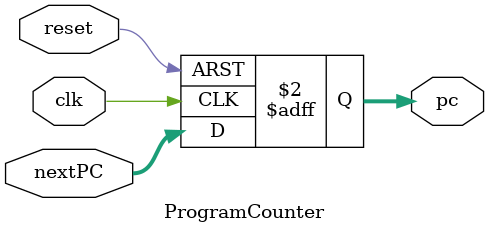
<source format=v>

module ProgramCounter (
    input clk,
    input reset,
    input [31:0] nextPC, // Next PC value
    output reg [31:0] pc // Current PC value
);

    always @(posedge clk or posedge reset) begin
        if (reset) begin
            pc <= 32'b0; // Reset to 0
        end else begin
            pc <= nextPC; // Update PC
        end
    end

endmodule

</source>
